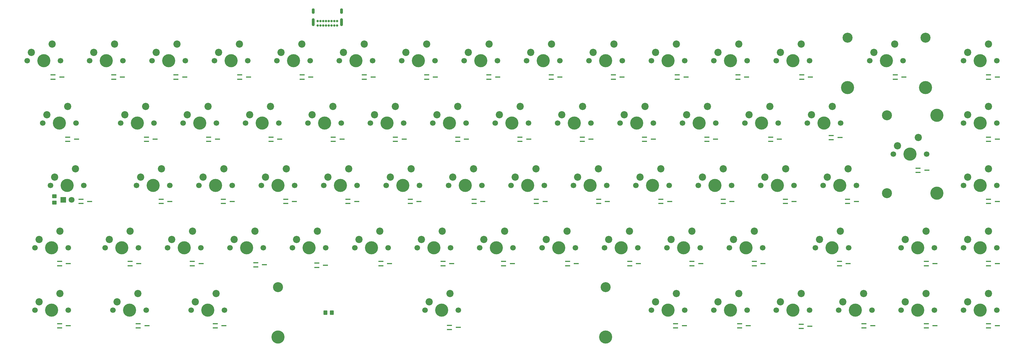
<source format=gbr>
%TF.GenerationSoftware,KiCad,Pcbnew,(6.0.4)*%
%TF.CreationDate,2022-03-24T02:10:14+00:00*%
%TF.ProjectId,kbd,6b62642e-6b69-4636-9164-5f7063625858,rev?*%
%TF.SameCoordinates,Original*%
%TF.FileFunction,Soldermask,Bot*%
%TF.FilePolarity,Negative*%
%FSLAX46Y46*%
G04 Gerber Fmt 4.6, Leading zero omitted, Abs format (unit mm)*
G04 Created by KiCad (PCBNEW (6.0.4)) date 2022-03-24 02:10:14*
%MOMM*%
%LPD*%
G01*
G04 APERTURE LIST*
G04 Aperture macros list*
%AMRoundRect*
0 Rectangle with rounded corners*
0 $1 Rounding radius*
0 $2 $3 $4 $5 $6 $7 $8 $9 X,Y pos of 4 corners*
0 Add a 4 corners polygon primitive as box body*
4,1,4,$2,$3,$4,$5,$6,$7,$8,$9,$2,$3,0*
0 Add four circle primitives for the rounded corners*
1,1,$1+$1,$2,$3*
1,1,$1+$1,$4,$5*
1,1,$1+$1,$6,$7*
1,1,$1+$1,$8,$9*
0 Add four rect primitives between the rounded corners*
20,1,$1+$1,$2,$3,$4,$5,0*
20,1,$1+$1,$4,$5,$6,$7,0*
20,1,$1+$1,$6,$7,$8,$9,0*
20,1,$1+$1,$8,$9,$2,$3,0*%
G04 Aperture macros list end*
%ADD10RoundRect,0.250000X0.350000X0.450000X-0.350000X0.450000X-0.350000X-0.450000X0.350000X-0.450000X0*%
%ADD11C,2.200000*%
%ADD12C,3.050000*%
%ADD13C,1.700000*%
%ADD14C,4.000000*%
%ADD15C,1.800000*%
%ADD16R,1.800000X1.800000*%
%ADD17R,1.500000X0.450000*%
%ADD18C,0.700000*%
%ADD19O,0.900000X2.400000*%
%ADD20O,0.900000X1.700000*%
%ADD21RoundRect,0.250000X-0.450000X0.350000X-0.450000X-0.350000X0.450000X-0.350000X0.450000X0.350000X0*%
G04 APERTURE END LIST*
D10*
%TO.C,R5*%
X116750000Y-136000000D03*
X114750000Y-136000000D03*
%TD*%
D11*
%TO.C,SW26*%
X146479500Y-132660000D03*
X152829500Y-130120000D03*
D12*
X100289500Y-128200000D03*
X200289500Y-128200000D03*
D13*
X155369500Y-135200000D03*
D14*
X200289500Y-143440000D03*
X150289500Y-135200000D03*
X100289500Y-143440000D03*
D13*
X145209500Y-135200000D03*
%TD*%
%TO.C,SW51*%
X176805000Y-78050000D03*
X166645000Y-78050000D03*
D14*
X171725000Y-78050000D03*
D11*
X174265000Y-72970000D03*
X167915000Y-75510000D03*
%TD*%
D14*
%TO.C,SW68*%
X314597500Y-135200000D03*
D13*
X309517500Y-135200000D03*
X319677500Y-135200000D03*
D11*
X317137500Y-130120000D03*
X310787500Y-132660000D03*
%TD*%
D14*
%TO.C,SW66*%
X214587600Y-97100000D03*
D13*
X209507600Y-97100000D03*
X219667600Y-97100000D03*
D11*
X217127600Y-92020000D03*
X210777600Y-94560000D03*
%TD*%
D14*
%TO.C,SW6*%
X219350000Y-59000000D03*
D13*
X214270000Y-59000000D03*
X224430000Y-59000000D03*
D11*
X221890000Y-53920000D03*
X215540000Y-56460000D03*
%TD*%
D13*
%TO.C,SW59*%
X190457600Y-97100000D03*
D14*
X195537600Y-97100000D03*
D13*
X200617600Y-97100000D03*
D11*
X198077600Y-92020000D03*
X191727600Y-94560000D03*
%TD*%
D13*
%TO.C,SW32*%
X114892600Y-116150000D03*
D14*
X109812600Y-116150000D03*
D13*
X104732600Y-116150000D03*
D11*
X112352600Y-111070000D03*
X106002600Y-113610000D03*
%TD*%
D14*
%TO.C,SW23*%
X95525000Y-78050000D03*
D13*
X100605000Y-78050000D03*
X90445000Y-78050000D03*
D11*
X98065000Y-72970000D03*
X91715000Y-75510000D03*
%TD*%
D15*
%TO.C,D71*%
X37290000Y-101500000D03*
D16*
X34750000Y-101500000D03*
%TD*%
D14*
%TO.C,SW8*%
X47900000Y-59000000D03*
D13*
X42820000Y-59000000D03*
X52980000Y-59000000D03*
D11*
X50440000Y-53920000D03*
X44090000Y-56460000D03*
%TD*%
D13*
%TO.C,SW53*%
X172042600Y-116150000D03*
D14*
X166962600Y-116150000D03*
D13*
X161882600Y-116150000D03*
D11*
X169502600Y-111070000D03*
X163152600Y-113610000D03*
%TD*%
D14*
%TO.C,SW27*%
X224112600Y-116150000D03*
D13*
X229192600Y-116150000D03*
X219032600Y-116150000D03*
D11*
X226652600Y-111070000D03*
X220302600Y-113610000D03*
%TD*%
D13*
%TO.C,SW36*%
X129180000Y-59000000D03*
D14*
X124100000Y-59000000D03*
D13*
X119020000Y-59000000D03*
D11*
X126640000Y-53920000D03*
X120290000Y-56460000D03*
%TD*%
D14*
%TO.C,SW47*%
X257447500Y-135200000D03*
D13*
X262527500Y-135200000D03*
X252367500Y-135200000D03*
D11*
X259987500Y-130120000D03*
X253637500Y-132660000D03*
%TD*%
D13*
%TO.C,SW39*%
X133942600Y-116150000D03*
D14*
X128862600Y-116150000D03*
D13*
X123782600Y-116150000D03*
D11*
X131402600Y-111070000D03*
X125052600Y-113610000D03*
%TD*%
D14*
%TO.C,SW5*%
X31231300Y-135200000D03*
D13*
X36311300Y-135200000D03*
X26151300Y-135200000D03*
D11*
X33771300Y-130120000D03*
X27421300Y-132660000D03*
%TD*%
D13*
%TO.C,SW18*%
X76792600Y-116150000D03*
X66632600Y-116150000D03*
D14*
X71712600Y-116150000D03*
D11*
X74252600Y-111070000D03*
X67902600Y-113610000D03*
%TD*%
D13*
%TO.C,SW1*%
X33930000Y-59000000D03*
X23770000Y-59000000D03*
D14*
X28850000Y-59000000D03*
D11*
X31390000Y-53920000D03*
X25040000Y-56460000D03*
%TD*%
D13*
%TO.C,SW3*%
X41072400Y-97100000D03*
X30912400Y-97100000D03*
D14*
X35992400Y-97100000D03*
D11*
X38532400Y-92020000D03*
X32182400Y-94560000D03*
%TD*%
D13*
%TO.C,SW55*%
X233320000Y-59000000D03*
X243480000Y-59000000D03*
D14*
X238400000Y-59000000D03*
D11*
X240940000Y-53920000D03*
X234590000Y-56460000D03*
%TD*%
D12*
%TO.C,SW35*%
X297925000Y-52000000D03*
D14*
X286025000Y-59000000D03*
D12*
X274125000Y-52000000D03*
D14*
X297925000Y-67240000D03*
X274125000Y-67240000D03*
D13*
X280945000Y-59000000D03*
X291105000Y-59000000D03*
D11*
X288565000Y-53920000D03*
X282215000Y-56460000D03*
%TD*%
D13*
%TO.C,SW41*%
X257767600Y-97100000D03*
D14*
X252687600Y-97100000D03*
D13*
X247607600Y-97100000D03*
D11*
X255227600Y-92020000D03*
X248877600Y-94560000D03*
%TD*%
D13*
%TO.C,SW54*%
X271417500Y-135200000D03*
D14*
X276497500Y-135200000D03*
D13*
X281577500Y-135200000D03*
D11*
X279037500Y-130120000D03*
X272687500Y-132660000D03*
%TD*%
D13*
%TO.C,SW13*%
X223795000Y-78050000D03*
X233955000Y-78050000D03*
D14*
X228875000Y-78050000D03*
D11*
X231415000Y-72970000D03*
X225065000Y-75510000D03*
%TD*%
D14*
%TO.C,SW63*%
X314597500Y-116150000D03*
D13*
X319677500Y-116150000D03*
X309517500Y-116150000D03*
D11*
X317137500Y-111070000D03*
X310787500Y-113610000D03*
%TD*%
D13*
%TO.C,SW44*%
X147595000Y-78050000D03*
D14*
X152675000Y-78050000D03*
D13*
X157755000Y-78050000D03*
D11*
X155215000Y-72970000D03*
X148865000Y-75510000D03*
%TD*%
D14*
%TO.C,SW16*%
X76475000Y-78050000D03*
D13*
X81555000Y-78050000D03*
X71395000Y-78050000D03*
D11*
X79015000Y-72970000D03*
X72665000Y-75510000D03*
%TD*%
D13*
%TO.C,SW12*%
X60122400Y-135200000D03*
X49962400Y-135200000D03*
D14*
X55042400Y-135200000D03*
D11*
X57582400Y-130120000D03*
X51232400Y-132660000D03*
%TD*%
D13*
%TO.C,SW17*%
X86317600Y-97100000D03*
D14*
X81237600Y-97100000D03*
D13*
X76157600Y-97100000D03*
D11*
X83777600Y-92020000D03*
X77427600Y-94560000D03*
%TD*%
D13*
%TO.C,SW19*%
X83933500Y-135200000D03*
D14*
X78853500Y-135200000D03*
D13*
X73773500Y-135200000D03*
D11*
X81393500Y-130120000D03*
X75043500Y-132660000D03*
%TD*%
D13*
%TO.C,SW11*%
X57742600Y-116150000D03*
X47582600Y-116150000D03*
D14*
X52662600Y-116150000D03*
D11*
X55202600Y-111070000D03*
X48852600Y-113610000D03*
%TD*%
D13*
%TO.C,SW28*%
X298247000Y-87575000D03*
D14*
X301407000Y-75675000D03*
X301407000Y-99475000D03*
X293167000Y-87575000D03*
D12*
X286167000Y-75675000D03*
X286167000Y-99475000D03*
D13*
X288087000Y-87575000D03*
D11*
X295707000Y-82495000D03*
X289357000Y-85035000D03*
%TD*%
D14*
%TO.C,SW50*%
X162200000Y-59000000D03*
D13*
X157120000Y-59000000D03*
X167280000Y-59000000D03*
D11*
X164740000Y-53920000D03*
X158390000Y-56460000D03*
%TD*%
D13*
%TO.C,SW42*%
X309517500Y-59000000D03*
X319677500Y-59000000D03*
D14*
X314597500Y-59000000D03*
D11*
X317137500Y-53920000D03*
X310787500Y-56460000D03*
%TD*%
D13*
%TO.C,SW60*%
X180932600Y-116150000D03*
D14*
X186012600Y-116150000D03*
D13*
X191092600Y-116150000D03*
D11*
X188552600Y-111070000D03*
X182202600Y-113610000D03*
%TD*%
D13*
%TO.C,SW24*%
X105367600Y-97100000D03*
X95207600Y-97100000D03*
D14*
X100287600Y-97100000D03*
D11*
X102827600Y-92020000D03*
X96477600Y-94560000D03*
%TD*%
D13*
%TO.C,SW45*%
X152357600Y-97100000D03*
D14*
X157437600Y-97100000D03*
D13*
X162517600Y-97100000D03*
D11*
X159977600Y-92020000D03*
X153627600Y-94560000D03*
%TD*%
D13*
%TO.C,SW37*%
X138705000Y-78050000D03*
X128545000Y-78050000D03*
D14*
X133625000Y-78050000D03*
D11*
X136165000Y-72970000D03*
X129815000Y-75510000D03*
%TD*%
D13*
%TO.C,SW49*%
X319677500Y-78050000D03*
X309517500Y-78050000D03*
D14*
X314597500Y-78050000D03*
D11*
X317137500Y-72970000D03*
X310787500Y-75510000D03*
%TD*%
D13*
%TO.C,SW29*%
X99970000Y-59000000D03*
X110130000Y-59000000D03*
D14*
X105050000Y-59000000D03*
D11*
X107590000Y-53920000D03*
X101240000Y-56460000D03*
%TD*%
D14*
%TO.C,SW10*%
X62187600Y-97100000D03*
D13*
X67267600Y-97100000D03*
X57107600Y-97100000D03*
D11*
X64727600Y-92020000D03*
X58377600Y-94560000D03*
%TD*%
D13*
%TO.C,SW30*%
X119655000Y-78050000D03*
X109495000Y-78050000D03*
D14*
X114575000Y-78050000D03*
D11*
X117115000Y-72970000D03*
X110765000Y-75510000D03*
%TD*%
D13*
%TO.C,SW15*%
X72030000Y-59000000D03*
X61870000Y-59000000D03*
D14*
X66950000Y-59000000D03*
D11*
X69490000Y-53920000D03*
X63140000Y-56460000D03*
%TD*%
D13*
%TO.C,SW31*%
X124417600Y-97100000D03*
D14*
X119337600Y-97100000D03*
D13*
X114257600Y-97100000D03*
D11*
X121877600Y-92020000D03*
X115527600Y-94560000D03*
%TD*%
D13*
%TO.C,SW4*%
X36311300Y-116150000D03*
D14*
X31231300Y-116150000D03*
D13*
X26151300Y-116150000D03*
D11*
X33771300Y-111070000D03*
X27421300Y-113610000D03*
%TD*%
D13*
%TO.C,SW61*%
X300627500Y-135200000D03*
D14*
X295547500Y-135200000D03*
D13*
X290467500Y-135200000D03*
D11*
X298087500Y-130120000D03*
X291737500Y-132660000D03*
%TD*%
D14*
%TO.C,SW58*%
X190775000Y-78050000D03*
D13*
X185695000Y-78050000D03*
X195855000Y-78050000D03*
D11*
X193315000Y-72970000D03*
X186965000Y-75510000D03*
%TD*%
D13*
%TO.C,SW40*%
X243477500Y-135200000D03*
X233317500Y-135200000D03*
D14*
X238397500Y-135200000D03*
D11*
X240937500Y-130120000D03*
X234587500Y-132660000D03*
%TD*%
D14*
%TO.C,SW21*%
X295550600Y-116150000D03*
D13*
X290470600Y-116150000D03*
X300630600Y-116150000D03*
D11*
X298090600Y-111070000D03*
X291740600Y-113610000D03*
%TD*%
D13*
%TO.C,SW56*%
X309517500Y-97100000D03*
X319677500Y-97100000D03*
D14*
X314597500Y-97100000D03*
D11*
X317137500Y-92020000D03*
X310787500Y-94560000D03*
%TD*%
D14*
%TO.C,SW69*%
X266975000Y-78050000D03*
D13*
X272055000Y-78050000D03*
X261895000Y-78050000D03*
D11*
X269515000Y-72970000D03*
X263165000Y-75510000D03*
%TD*%
D14*
%TO.C,SW48*%
X247925000Y-78050000D03*
D13*
X242845000Y-78050000D03*
X253005000Y-78050000D03*
D11*
X250465000Y-72970000D03*
X244115000Y-75510000D03*
%TD*%
D13*
%TO.C,SW9*%
X62505000Y-78050000D03*
D14*
X57425000Y-78050000D03*
D13*
X52345000Y-78050000D03*
D11*
X59965000Y-72970000D03*
X53615000Y-75510000D03*
%TD*%
D13*
%TO.C,SW43*%
X148230000Y-59000000D03*
D14*
X143150000Y-59000000D03*
D13*
X138070000Y-59000000D03*
D11*
X145690000Y-53920000D03*
X139340000Y-56460000D03*
%TD*%
D13*
%TO.C,SW22*%
X80920000Y-59000000D03*
X91080000Y-59000000D03*
D14*
X86000000Y-59000000D03*
D11*
X88540000Y-53920000D03*
X82190000Y-56460000D03*
%TD*%
D13*
%TO.C,SW62*%
X262530000Y-59000000D03*
X252370000Y-59000000D03*
D14*
X257450000Y-59000000D03*
D11*
X259990000Y-53920000D03*
X253640000Y-56460000D03*
%TD*%
D13*
%TO.C,SW14*%
X274436600Y-116150000D03*
X264276600Y-116150000D03*
D14*
X269356600Y-116150000D03*
D11*
X271896600Y-111070000D03*
X265546600Y-113610000D03*
%TD*%
D13*
%TO.C,SW25*%
X85682600Y-116150000D03*
D14*
X90762600Y-116150000D03*
D13*
X95842600Y-116150000D03*
D11*
X93302600Y-111070000D03*
X86952600Y-113610000D03*
%TD*%
D13*
%TO.C,SW34*%
X248242600Y-116150000D03*
D14*
X243162600Y-116150000D03*
D13*
X238082600Y-116150000D03*
D11*
X245702600Y-111070000D03*
X239352600Y-113610000D03*
%TD*%
D14*
%TO.C,SW7*%
X271737600Y-97100000D03*
D13*
X266657600Y-97100000D03*
X276817600Y-97100000D03*
D11*
X274277600Y-92020000D03*
X267927600Y-94560000D03*
%TD*%
D13*
%TO.C,SW65*%
X204745000Y-78050000D03*
D14*
X209825000Y-78050000D03*
D13*
X214905000Y-78050000D03*
D11*
X212365000Y-72970000D03*
X206015000Y-75510000D03*
%TD*%
D14*
%TO.C,SW57*%
X181250000Y-59000000D03*
D13*
X176170000Y-59000000D03*
X186330000Y-59000000D03*
D11*
X183790000Y-53920000D03*
X177440000Y-56460000D03*
%TD*%
D14*
%TO.C,SW46*%
X147912600Y-116150000D03*
D13*
X142832600Y-116150000D03*
X152992600Y-116150000D03*
D11*
X150452600Y-111070000D03*
X144102600Y-113610000D03*
%TD*%
D14*
%TO.C,SW67*%
X205062600Y-116150000D03*
D13*
X199982600Y-116150000D03*
X210142600Y-116150000D03*
D11*
X207602600Y-111070000D03*
X201252600Y-113610000D03*
%TD*%
D13*
%TO.C,SW33*%
X224427500Y-135200000D03*
D14*
X219347500Y-135200000D03*
D13*
X214267500Y-135200000D03*
D11*
X221887500Y-130120000D03*
X215537500Y-132660000D03*
%TD*%
D13*
%TO.C,SW64*%
X195220000Y-59000000D03*
X205380000Y-59000000D03*
D14*
X200300000Y-59000000D03*
D11*
X202840000Y-53920000D03*
X196490000Y-56460000D03*
%TD*%
D13*
%TO.C,SW2*%
X38692500Y-78050000D03*
X28532500Y-78050000D03*
D14*
X33612500Y-78050000D03*
D11*
X36152500Y-72970000D03*
X29802500Y-75510000D03*
%TD*%
D14*
%TO.C,SW38*%
X138387600Y-97100000D03*
D13*
X143467600Y-97100000D03*
X133307600Y-97100000D03*
D11*
X140927600Y-92020000D03*
X134577600Y-94560000D03*
%TD*%
D13*
%TO.C,SW20*%
X238717600Y-97100000D03*
D14*
X233637600Y-97100000D03*
D13*
X228557600Y-97100000D03*
D11*
X236177600Y-92020000D03*
X229827600Y-94560000D03*
%TD*%
D14*
%TO.C,SW52*%
X176487600Y-97100000D03*
D13*
X181567600Y-97100000D03*
X171407600Y-97100000D03*
D11*
X179027600Y-92020000D03*
X172677600Y-94560000D03*
%TD*%
D17*
%TO.C,D57*%
X240670000Y-64650000D03*
X240670000Y-63350000D03*
X243330000Y-64000000D03*
%TD*%
%TO.C,D59*%
X269170000Y-83150000D03*
X269170000Y-81850000D03*
X271830000Y-82500000D03*
%TD*%
%TO.C,D65*%
X317170000Y-64650000D03*
X317170000Y-63350000D03*
X319830000Y-64000000D03*
%TD*%
%TO.C,D61*%
X295670000Y-93150000D03*
X295670000Y-91850000D03*
X298330000Y-92500000D03*
%TD*%
%TO.C,D60*%
X274170000Y-102650000D03*
X274170000Y-101350000D03*
X276830000Y-102000000D03*
%TD*%
%TO.C,D33*%
X160170000Y-102650000D03*
X160170000Y-101350000D03*
X162830000Y-102000000D03*
%TD*%
%TO.C,D38*%
X193170000Y-83650000D03*
X193170000Y-82350000D03*
X195830000Y-83000000D03*
%TD*%
%TO.C,D55*%
X260000000Y-140800000D03*
X260000000Y-139500000D03*
X262660000Y-140150000D03*
%TD*%
%TO.C,D36*%
X164670000Y-64650000D03*
X164670000Y-63350000D03*
X167330000Y-64000000D03*
%TD*%
%TO.C,D13*%
X152670000Y-141150000D03*
X152670000Y-139850000D03*
X155330000Y-140500000D03*
%TD*%
%TO.C,D17*%
X83670000Y-102650000D03*
X83670000Y-101350000D03*
X86330000Y-102000000D03*
%TD*%
%TO.C,D51*%
X231170000Y-83650000D03*
X231170000Y-82350000D03*
X233830000Y-83000000D03*
%TD*%
%TO.C,D28*%
X169170000Y-121650000D03*
X169170000Y-120350000D03*
X171830000Y-121000000D03*
%TD*%
%TO.C,D67*%
X317170000Y-102650000D03*
X317170000Y-101350000D03*
X319830000Y-102000000D03*
%TD*%
%TO.C,D54*%
X271670000Y-121650000D03*
X271670000Y-120350000D03*
X274330000Y-121000000D03*
%TD*%
%TO.C,D56*%
X279170000Y-140650000D03*
X279170000Y-139350000D03*
X281830000Y-140000000D03*
%TD*%
%TO.C,D39*%
X198170000Y-102650000D03*
X198170000Y-101350000D03*
X200830000Y-102000000D03*
%TD*%
%TO.C,D63*%
X298170000Y-140650000D03*
X298170000Y-139350000D03*
X300830000Y-140000000D03*
%TD*%
%TO.C,D68*%
X317170000Y-121650000D03*
X317170000Y-120350000D03*
X319830000Y-121000000D03*
%TD*%
%TO.C,D31*%
X145670000Y-64650000D03*
X145670000Y-63350000D03*
X148330000Y-64000000D03*
%TD*%
%TO.C,D9*%
X60170000Y-83650000D03*
X60170000Y-82350000D03*
X62830000Y-83000000D03*
%TD*%
%TO.C,D35*%
X188670000Y-121650000D03*
X188670000Y-120350000D03*
X191330000Y-121000000D03*
%TD*%
%TO.C,D49*%
X241170000Y-140650000D03*
X241170000Y-139350000D03*
X243830000Y-140000000D03*
%TD*%
%TO.C,D7*%
X55170000Y-121650000D03*
X55170000Y-120350000D03*
X57830000Y-121000000D03*
%TD*%
%TO.C,D52*%
X250670000Y-83650000D03*
X250670000Y-82350000D03*
X253330000Y-83000000D03*
%TD*%
%TO.C,D34*%
X179170000Y-102650000D03*
X179170000Y-101350000D03*
X181830000Y-102000000D03*
%TD*%
%TO.C,D41*%
X226670000Y-121650000D03*
X226670000Y-120350000D03*
X229330000Y-121000000D03*
%TD*%
%TO.C,D24*%
X117170000Y-83650000D03*
X117170000Y-82350000D03*
X119830000Y-83000000D03*
%TD*%
%TO.C,D69*%
X317170000Y-140650000D03*
X317170000Y-139350000D03*
X319830000Y-140000000D03*
%TD*%
%TO.C,D26*%
X140670000Y-102650000D03*
X140670000Y-101350000D03*
X143330000Y-102000000D03*
%TD*%
%TO.C,D1*%
X31670000Y-64650000D03*
X31670000Y-63350000D03*
X34330000Y-64000000D03*
%TD*%
%TO.C,D21*%
X121670000Y-102650000D03*
X121670000Y-101350000D03*
X124330000Y-102000000D03*
%TD*%
D18*
%TO.C,J2*%
X112425000Y-48225000D03*
X113275000Y-48225000D03*
X114125000Y-48225000D03*
X114975000Y-48225000D03*
X115825000Y-48225000D03*
X116675000Y-48225000D03*
X117525000Y-48225000D03*
X118375000Y-48225000D03*
X118375000Y-46875000D03*
X117525000Y-46875000D03*
X116675000Y-46875000D03*
X115825000Y-46875000D03*
X114975000Y-46875000D03*
X114125000Y-46875000D03*
X113275000Y-46875000D03*
X112425000Y-46875000D03*
D19*
X111075000Y-47245000D03*
X119725000Y-47245000D03*
D20*
X111075000Y-43865000D03*
X119725000Y-43865000D03*
%TD*%
D17*
%TO.C,D3*%
X40170000Y-102650000D03*
X40170000Y-101350000D03*
X42830000Y-102000000D03*
%TD*%
%TO.C,D47*%
X236170000Y-102650000D03*
X236170000Y-101350000D03*
X238830000Y-102000000D03*
%TD*%
%TO.C,D25*%
X136170000Y-83650000D03*
X136170000Y-82350000D03*
X138830000Y-83000000D03*
%TD*%
%TO.C,D14*%
X93500000Y-122000000D03*
X93500000Y-120700000D03*
X96160000Y-121350000D03*
%TD*%
%TO.C,D23*%
X98170000Y-83650000D03*
X98170000Y-82350000D03*
X100830000Y-83000000D03*
%TD*%
%TO.C,D8*%
X50170000Y-64650000D03*
X50170000Y-63350000D03*
X52830000Y-64000000D03*
%TD*%
%TO.C,D45*%
X212170000Y-83650000D03*
X212170000Y-82350000D03*
X214830000Y-83000000D03*
%TD*%
%TO.C,D44*%
X202670000Y-64650000D03*
X202670000Y-63350000D03*
X205330000Y-64000000D03*
%TD*%
D21*
%TO.C,R6*%
X32100000Y-100400000D03*
X32100000Y-102400000D03*
%TD*%
D17*
%TO.C,D30*%
X126670000Y-64650000D03*
X126670000Y-63350000D03*
X129330000Y-64000000D03*
%TD*%
%TO.C,D12*%
X81170000Y-140650000D03*
X81170000Y-139350000D03*
X83830000Y-140000000D03*
%TD*%
%TO.C,D11*%
X74170000Y-121650000D03*
X74170000Y-120350000D03*
X76830000Y-121000000D03*
%TD*%
%TO.C,D58*%
X260170000Y-64650000D03*
X260170000Y-63350000D03*
X262830000Y-64000000D03*
%TD*%
%TO.C,D10*%
X64670000Y-102650000D03*
X64670000Y-101350000D03*
X67330000Y-102000000D03*
%TD*%
%TO.C,D18*%
X102670000Y-102650000D03*
X102670000Y-101350000D03*
X105330000Y-102000000D03*
%TD*%
%TO.C,D20*%
X131720000Y-121650000D03*
X131720000Y-120350000D03*
X134380000Y-121000000D03*
%TD*%
%TO.C,D27*%
X150670000Y-121650000D03*
X150670000Y-120350000D03*
X153330000Y-121000000D03*
%TD*%
%TO.C,D19*%
X112170000Y-122150000D03*
X112170000Y-120850000D03*
X114830000Y-121500000D03*
%TD*%
%TO.C,D15*%
X69170000Y-64650000D03*
X69170000Y-63350000D03*
X71830000Y-64000000D03*
%TD*%
%TO.C,D29*%
X107670000Y-64650000D03*
X107670000Y-63350000D03*
X110330000Y-64000000D03*
%TD*%
%TO.C,D4*%
X33670000Y-121650000D03*
X33670000Y-120350000D03*
X36330000Y-121000000D03*
%TD*%
%TO.C,D2*%
X36170000Y-83650000D03*
X36170000Y-82350000D03*
X38830000Y-83000000D03*
%TD*%
%TO.C,D37*%
X174170000Y-83650000D03*
X174170000Y-82350000D03*
X176830000Y-83000000D03*
%TD*%
%TO.C,D53*%
X255170000Y-102650000D03*
X255170000Y-101350000D03*
X257830000Y-102000000D03*
%TD*%
%TO.C,D50*%
X222170000Y-64650000D03*
X222170000Y-63350000D03*
X224830000Y-64000000D03*
%TD*%
%TO.C,D22*%
X88670000Y-64650000D03*
X88670000Y-63350000D03*
X91330000Y-64000000D03*
%TD*%
%TO.C,D62*%
X298170000Y-121650000D03*
X298170000Y-120350000D03*
X300830000Y-121000000D03*
%TD*%
%TO.C,D43*%
X183670000Y-64650000D03*
X183670000Y-63350000D03*
X186330000Y-64000000D03*
%TD*%
%TO.C,D48*%
X245670000Y-121650000D03*
X245670000Y-120350000D03*
X248330000Y-121000000D03*
%TD*%
%TO.C,D64*%
X288670000Y-64650000D03*
X288670000Y-63350000D03*
X291330000Y-64000000D03*
%TD*%
%TO.C,D5*%
X33670000Y-140650000D03*
X33670000Y-139350000D03*
X36330000Y-140000000D03*
%TD*%
%TO.C,D66*%
X317170000Y-83650000D03*
X317170000Y-82350000D03*
X319830000Y-83000000D03*
%TD*%
%TO.C,D42*%
X221670000Y-140650000D03*
X221670000Y-139350000D03*
X224330000Y-140000000D03*
%TD*%
%TO.C,D16*%
X79170000Y-83650000D03*
X79170000Y-82350000D03*
X81830000Y-83000000D03*
%TD*%
%TO.C,D46*%
X217170000Y-102650000D03*
X217170000Y-101350000D03*
X219830000Y-102000000D03*
%TD*%
%TO.C,D32*%
X155170000Y-83650000D03*
X155170000Y-82350000D03*
X157830000Y-83000000D03*
%TD*%
%TO.C,D6*%
X57670000Y-140650000D03*
X57670000Y-139350000D03*
X60330000Y-140000000D03*
%TD*%
%TO.C,D40*%
X207670000Y-121650000D03*
X207670000Y-120350000D03*
X210330000Y-121000000D03*
%TD*%
M02*

</source>
